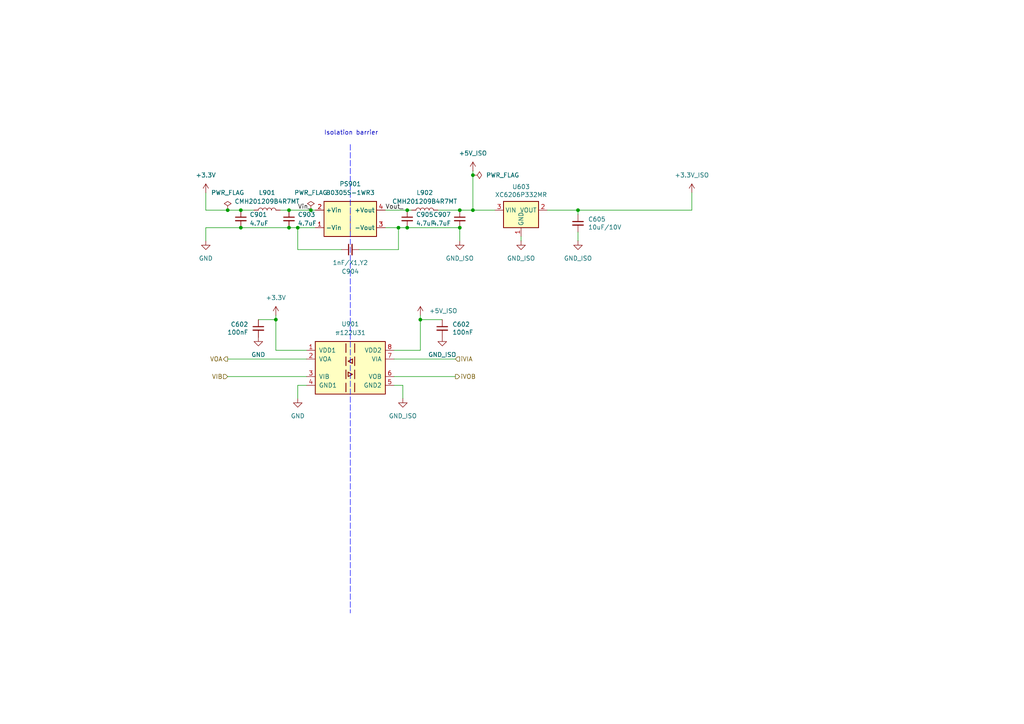
<source format=kicad_sch>
(kicad_sch (version 20231120) (generator "eeschema") (generator_version "8.0")
  (paper "A4")
  (title_block (title "Hat Labs Serial Interface Device (HALSER)") (date "2024-11-20") (rev "1.0.0-a1") (company "Hat Labs oy") (comment 1 "https://creativecommons.org/licenses/by-sa/4.0") (comment 2 "To view a copy of this license, visit ") (comment 3 "HALMET is licensed under CC BY-SA 4.0."))
  (lib_symbols
    (symbol "Device:C_Small" (pin_numbers hide) (pin_names (offset 0.254) hide)
      (property "Reference" "C" (at 0.254 1.778 0))
      (property "Value" "C_Small" (at 0.254 -2.032 0))
      (symbol "C_Small_0_1"
        (polyline (pts (xy -1.524 -0.508) (xy 1.524 -0.508)) (stroke (width 0.3302)))
        (polyline (pts (xy -1.524 0.508) (xy 1.524 0.508)) (stroke (width 0.3048)))
      )
      (symbol "C_Small_1_1"
        (pin passive line (at 0 2.54 270) (length 2.032) (name "~") (number "1"))
        (pin passive line (at 0 -2.54 90) (length 2.032) (name "~") (number "2"))
      )
    )
    (symbol "Device:L" (pin_numbers hide) (pin_names (offset 1.016) hide)
      (property "Reference" "L" (at -1.27 0 90))
      (property "Value" "L" (at 1.905 0 90))
      (symbol "L_0_1"
        (arc (start 0 -2.54) (mid 0.6323 -1.905) (end 0 -1.27))
        (arc (start 0 -1.27) (mid 0.6323 -0.635) (end 0 0))
        (arc (start 0 0) (mid 0.6323 0.635) (end 0 1.27))
        (arc (start 0 1.27) (mid 0.6323 1.905) (end 0 2.54))
      )
      (symbol "L_1_1"
        (pin passive line (at 0 3.81 270) (length 1.27) (name "1") (number "1"))
        (pin passive line (at 0 -3.81 90) (length 1.27) (name "2") (number "2"))
      )
    )
    (symbol "HALSER:+3.3V_1" (power) (pin_names (offset 0))
      (property "Value" "+3.3V_1" (at 0 3.556 0))
      (symbol "+3.3V_1_0_1"
        (polyline (pts (xy -0.762 1.27) (xy 0 2.54)))
        (polyline (pts (xy 0 0) (xy 0 2.54)))
        (polyline (pts (xy 0 2.54) (xy 0.762 1.27)))
      )
      (symbol "+3.3V_1_1_1"
        (pin power_in line (at 0 0 90) (length 0) hide (name "+3.3V_1") (number "1"))
      )
    )
    (symbol "HALSER:HT75xx-1-SOT23"
      (property "Reference" "U" (at -5.08 -3.81 0))
      (property "Value" "HT75xx-1-SOT23" (at 0 6.35 0))
      (symbol "HT75xx-1-SOT23_0_1"
        (rectangle (start -5.08 5.08) (end 5.08 -2.54) (stroke (width 0.254)) (fill (type background)))
      )
      (symbol "HT75xx-1-SOT23_1_1"
        (pin power_in line (at 0 -5.08 90) (length 2.54) (name "GND") (number "1"))
        (pin power_out line (at 7.62 2.54 180) (length 2.54) (name "VOUT") (number "2"))
        (pin power_in line (at -7.62 2.54 0) (length 2.54) (name "VIN") (number "3"))
      )
    )
    (symbol "HALSER:IB0303S-W75R3"
      (property "Reference" "PS" (at -7.62 6.35 0))
      (property "Value" "IB0303S-W75R3" (at 1.27 6.35 0))
      (symbol "IB0303S-W75R3_0_0"
        (pin power_in line (at -10.16 -2.54 0) (length 2.54) (name "-Vin") (number "1"))
        (pin power_in line (at -10.16 2.54 0) (length 2.54) (name "+Vin") (number "2"))
        (pin power_out line (at 10.16 -2.54 180) (length 2.54) (name "-Vout") (number "3"))
        (pin power_out line (at 10.16 2.54 180) (length 2.54) (name "+Vout") (number "4"))
      )
      (symbol "IB0303S-W75R3_0_1"
        (rectangle (start -7.62 5.08) (end 7.62 -5.08) (stroke (width 0.254)) (fill (type background)))
        (polyline (pts (xy 0 -2.54) (xy 0 -3.81)))
        (polyline (pts (xy 0 0) (xy 0 -1.27)))
        (polyline (pts (xy 0 2.54) (xy 0 1.27)))
        (polyline (pts (xy 0 5.08) (xy 0 3.81)))
      )
    )
    (symbol "Isolator:π122U31" (pin_names (offset 1.016))
      (property "Reference" "U" (at -10.16 8.89 0))
      (property "Value" "π122U31" (at -2.032 8.89 0))
      (symbol "π122U31_0_1"
        (rectangle (start -10.16 7.62) (end 10.16 -7.62) (stroke (width 0.254)) (fill (type background)))
        (polyline (pts (xy -1.27 -4.445) (xy -1.27 -6.985)) (stroke (width 0.254)))
        (polyline (pts (xy -1.27 -0.635) (xy -1.27 -3.175)) (stroke (width 0.254)))
        (polyline (pts (xy -1.27 3.175) (xy -1.27 0.635)) (stroke (width 0.254)))
        (polyline (pts (xy -1.27 6.985) (xy -1.27 4.445)) (stroke (width 0.254)))
        (polyline (pts (xy 1.27 -4.445) (xy 1.27 -6.985)) (stroke (width 0.254)))
        (polyline (pts (xy 1.27 -0.635) (xy 1.27 -3.175)) (stroke (width 0.254)))
        (polyline (pts (xy 1.27 3.175) (xy 1.27 0.635)) (stroke (width 0.254)))
        (polyline (pts (xy 1.27 6.985) (xy 1.27 4.445)) (stroke (width 0.254)))
        (polyline (pts (xy -0.635 -1.27) (xy -0.635 -2.54) (xy 0.635 -1.905) (xy -0.635 -1.27)) (stroke (width 0.254)))
        (polyline (pts (xy 0.635 2.54) (xy 0.635 1.27) (xy -0.635 1.905) (xy 0.635 2.54)) (stroke (width 0.254)))
      )
      (symbol "π122U31_1_1"
        (pin power_in line (at -12.7 5.08 0) (length 2.54) (name "VDD1") (number "1"))
        (pin output line (at -12.7 2.54 0) (length 2.54) (name "VOA") (number "2"))
        (pin input line (at -12.7 -2.54 0) (length 2.54) (name "VIB") (number "3"))
        (pin power_in line (at -12.7 -5.08 0) (length 2.54) (name "GND1") (number "4"))
        (pin power_in line (at 12.7 -5.08 180) (length 2.54) (name "GND2") (number "5"))
        (pin output line (at 12.7 -2.54 180) (length 2.54) (name "VOB") (number "6"))
        (pin input line (at 12.7 2.54 180) (length 2.54) (name "VIA") (number "7"))
        (pin power_in line (at 12.7 5.08 180) (length 2.54) (name "VDD2") (number "8"))
      )
    )
    (symbol "power:+3.3V" (power) (pin_numbers hide) (pin_names (offset 0) hide)
      (property "Value" "+3.3V" (at 0 3.556 0))
      (symbol "+3.3V_0_1"
        (polyline (pts (xy -0.762 1.27) (xy 0 2.54)))
        (polyline (pts (xy 0 0) (xy 0 2.54)))
        (polyline (pts (xy 0 2.54) (xy 0.762 1.27)))
      )
      (symbol "+3.3V_1_1"
        (pin power_in line (at 0 0 90) (length 0) (name "~") (number "1"))
      )
    )
    (symbol "power:+5V" (power) (pin_numbers hide) (pin_names (offset 0) hide)
      (property "Value" "+5V" (at 0 3.556 0))
      (symbol "+5V_0_1"
        (polyline (pts (xy -0.762 1.27) (xy 0 2.54)))
        (polyline (pts (xy 0 0) (xy 0 2.54)))
        (polyline (pts (xy 0 2.54) (xy 0.762 1.27)))
      )
      (symbol "+5V_1_1"
        (pin power_in line (at 0 0 90) (length 0) (name "~") (number "1"))
      )
    )
    (symbol "power:GND" (power) (pin_numbers hide) (pin_names (offset 0) hide)
      (property "Value" "GND" (at 0 -3.81 0))
      (symbol "GND_0_1"
        (polyline (pts (xy 0 0) (xy 0 -1.27) (xy 1.27 -1.27) (xy 0 -2.54) (xy -1.27 -1.27) (xy 0 -1.27)))
      )
      (symbol "GND_1_1"
        (pin power_in line (at 0 0 270) (length 0) (name "~") (number "1"))
      )
    )
    (symbol "power:GND1" (power) (pin_numbers hide) (pin_names (offset 0) hide)
      (property "Value" "GND1" (at 0 -3.81 0))
      (symbol "GND1_0_1"
        (polyline (pts (xy 0 0) (xy 0 -1.27) (xy 1.27 -1.27) (xy 0 -2.54) (xy -1.27 -1.27) (xy 0 -1.27)))
      )
      (symbol "GND1_1_1"
        (pin power_in line (at 0 0 270) (length 0) (name "~") (number "1"))
      )
    )
    (symbol "power:PWR_FLAG" (power) (pin_numbers hide) (pin_names (offset 0) hide)
      (property "Value" "PWR_FLAG" (at 0 3.81 0))
      (symbol "PWR_FLAG_0_0"
        (pin power_out line (at 0 0 90) (length 0) (name "~") (number "1"))
      )
      (symbol "PWR_FLAG_0_1"
        (polyline (pts (xy 0 0) (xy 0 1.27) (xy -1.016 1.905) (xy 0 2.54) (xy 1.016 1.905) (xy 0 1.27)))
      )
    )
  )
  (junction (at 133.35 66.04))
  (junction (at 137.16 50.8))
  (junction (at 69.85 66.04))
  (junction (at 118.11 60.96))
  (junction (at 83.82 66.04))
  (junction (at 90.17 60.96))
  (junction (at 137.16 60.96))
  (junction (at 69.85 60.96))
  (junction (at 115.57 66.04))
  (junction (at 83.82 60.96))
  (junction (at 118.11 66.04))
  (junction (at 66.04 60.96))
  (junction (at 121.92 92.71))
  (junction (at 133.35 60.96))
  (junction (at 167.64 60.96))
  (junction (at 80.01 92.71))
  (junction (at 86.36 66.04))
  (polyline (pts (xy 101.6 41.91) (xy 101.6 177.8)) (stroke (width 0) (type dash) (color 0 0 255 1)))
  (wire (pts (xy 111.76 60.96) (xy 118.11 60.96)))
  (wire (pts (xy 83.82 60.96) (xy 90.17 60.96)))
  (wire (pts (xy 137.16 60.96) (xy 143.51 60.96)))
  (wire (pts (xy 66.04 60.96) (xy 69.85 60.96)))
  (wire (pts (xy 114.3 104.14) (xy 132.08 104.14)))
  (wire (pts (xy 167.64 60.96) (xy 158.75 60.96)))
  (wire (pts (xy 167.64 60.96) (xy 200.66 60.96)))
  (wire (pts (xy 86.36 72.39) (xy 86.36 66.04)))
  (wire (pts (xy 99.06 72.39) (xy 86.36 72.39)))
  (wire (pts (xy 116.84 111.76) (xy 114.3 111.76)))
  (wire (pts (xy 66.04 104.14) (xy 88.9 104.14)))
  (wire (pts (xy 121.92 92.71) (xy 121.92 91.44)))
  (wire (pts (xy 88.9 111.76) (xy 86.36 111.76)))
  (wire (pts (xy 111.76 66.04) (xy 115.57 66.04)))
  (wire (pts (xy 128.27 92.71) (xy 121.92 92.71)))
  (wire (pts (xy 167.64 60.96) (xy 167.64 62.23)))
  (wire (pts (xy 74.93 92.71) (xy 80.01 92.71)))
  (wire (pts (xy 80.01 101.6) (xy 88.9 101.6)))
  (wire (pts (xy 69.85 60.96) (xy 73.66 60.96)))
  (wire (pts (xy 133.35 60.96) (xy 137.16 60.96)))
  (wire (pts (xy 59.69 55.88) (xy 59.69 60.96)))
  (wire (pts (xy 86.36 66.04) (xy 91.44 66.04)))
  (wire (pts (xy 69.85 66.04) (xy 83.82 66.04)))
  (wire (pts (xy 151.13 68.58) (xy 151.13 69.85)))
  (wire (pts (xy 80.01 92.71) (xy 80.01 91.44)))
  (wire (pts (xy 83.82 66.04) (xy 86.36 66.04)))
  (wire (pts (xy 81.28 60.96) (xy 83.82 60.96)))
  (wire (pts (xy 115.57 66.04) (xy 118.11 66.04)))
  (wire (pts (xy 104.14 72.39) (xy 115.57 72.39)))
  (wire (pts (xy 90.17 60.96) (xy 91.44 60.96)))
  (wire (pts (xy 137.16 49.53) (xy 137.16 50.8)))
  (wire (pts (xy 80.01 101.6) (xy 80.01 92.71)))
  (wire (pts (xy 66.04 109.22) (xy 88.9 109.22)))
  (wire (pts (xy 59.69 60.96) (xy 66.04 60.96)))
  (wire (pts (xy 114.3 101.6) (xy 121.92 101.6)))
  (wire (pts (xy 200.66 55.88) (xy 200.66 60.96)))
  (wire (pts (xy 115.57 72.39) (xy 115.57 66.04)))
  (wire (pts (xy 133.35 69.85) (xy 133.35 66.04)))
  (wire (pts (xy 59.69 66.04) (xy 69.85 66.04)))
  (wire (pts (xy 59.69 69.85) (xy 59.69 66.04)))
  (wire (pts (xy 121.92 101.6) (xy 121.92 92.71)))
  (wire (pts (xy 114.3 109.22) (xy 132.08 109.22)))
  (wire (pts (xy 118.11 60.96) (xy 119.38 60.96)))
  (wire (pts (xy 167.64 69.85) (xy 167.64 67.31)))
  (wire (pts (xy 127 60.96) (xy 133.35 60.96)))
  (wire (pts (xy 137.16 50.8) (xy 137.16 60.96)))
  (wire (pts (xy 116.84 115.57) (xy 116.84 111.76)))
  (wire (pts (xy 86.36 111.76) (xy 86.36 115.57)))
  (wire (pts (xy 118.11 66.04) (xy 133.35 66.04)))
  (text "Isolation barrier" (at 93.98 39.37 0) (effects (font (size 1.27 1.27)) (justify left bottom)))
  (label "Vin_" (at 86.36 60.96 0))
  (label "Vout_" (at 111.76 60.96 0))
  (hierarchical_label "VIB" (shape input) (at 66.04 109.22 180))
  (hierarchical_label "VOA" (shape output) (at 66.04 104.14 180))
  (hierarchical_label "iVIA" (shape input) (at 132.08 104.14 0))
  (hierarchical_label "iVOB" (shape output) (at 132.08 109.22 0))
  (symbol (lib_id "Device:L") (at 123.19 60.96 90) (unit 1)
    (property "Reference" "L902" (at 123.19 55.88 90))
    (property "Value" "CMH201209B4R7MT" (at 123.19 58.42 90))
    (property "Footprint" "Inductor_SMD:L_0805_2012Metric" (effects (hide yes)))
    (property "LCSC" "C394959" (effects (hide yes)))
  )
  (symbol (lib_id "Device:C_Small") (at 128.27 95.25 0) (unit 1)
    (property "Reference" "C602" (at 131.191 94.0816 0) (effects (justify left)))
    (property "Value" "100nF" (at 131.191 96.393 0) (effects (justify left)))
    (property "Footprint" "Capacitor_SMD:C_0402_1005Metric" (effects (hide yes)))
    (property "LCSC" "C1525" (effects (hide yes)))
    (instances (project "HALMET" (path "" (reference "C602") (unit 1)) (path "" (reference "C906") (unit 1))))
  )
  (symbol (lib_id "power:GND") (at 59.69 69.85 0) (unit 1)
    (property "Reference" "#PWR0902" (effects (hide yes)))
    (property "Value" "GND" (at 59.69 74.93 0))
    (property "Description" "Power symbol creates a global label with name \"GND\" , ground" (effects (hide yes)))
  )
  (symbol (lib_id "Device:C_Small") (at 74.93 95.25 0) (mirror y) (unit 1)
    (property "Reference" "C602" (at 72.009 94.0816 0) (effects (justify left)))
    (property "Value" "100nF" (at 72.009 96.393 0) (effects (justify left)))
    (property "Footprint" "Capacitor_SMD:C_0402_1005Metric" (effects (hide yes)))
    (property "LCSC" "C1525" (effects (hide yes)))
    (instances (project "HALMET" (path "" (reference "C602") (unit 1)) (path "" (reference "C902") (unit 1))))
  )
  (symbol (lib_id "power:GND") (at 74.93 97.79 0) (unit 1)
    (property "Reference" "#PWR0903" (effects (hide yes)))
    (property "Value" "GND" (at 74.93 102.87 0))
    (property "Description" "Power symbol creates a global label with name \"GND\" , ground" (effects (hide yes)))
  )
  (symbol (lib_id "Device:C_Small") (at 69.85 63.5 0) (unit 1)
    (property "Reference" "C901" (at 72.39 62.2363 0) (effects (justify left)))
    (property "Value" "4.7uF" (at 72.39 64.7763 0) (effects (justify left)))
    (property "Footprint" "Capacitor_SMD:C_0603_1608Metric" (effects (hide yes)))
    (property "LCSC" "C19666" (effects (hide yes)))
  )
  (symbol (lib_id "power:PWR_FLAG") (at 137.16 50.8 270) (unit 1)
    (property "Reference" "#FLG0903" (effects (hide yes)))
    (property "Value" "PWR_FLAG" (at 140.97 50.7999 90) (effects (justify left)))
    (property "Description" "Special symbol for telling ERC where power comes from" (effects (hide yes)))
  )
  (symbol (lib_id "Device:C_Small") (at 83.82 63.5 0) (unit 1)
    (property "Reference" "C903" (at 86.36 62.2363 0) (effects (justify left)))
    (property "Value" "4.7uF" (at 86.36 64.7763 0) (effects (justify left)))
    (property "Footprint" "Capacitor_SMD:C_0603_1608Metric" (effects (hide yes)))
    (property "LCSC" "C19666" (effects (hide yes)))
  )
  (symbol (lib_id "power:PWR_FLAG") (at 90.17 60.96 0) (unit 1)
    (property "Reference" "#FLG0902" (effects (hide yes)))
    (property "Value" "PWR_FLAG" (at 90.17 55.88 0))
    (property "Description" "Special symbol for telling ERC where power comes from" (effects (hide yes)))
  )
  (symbol (lib_id "power:+5V") (at 137.16 49.53 0) (unit 1)
    (property "Reference" "#PWR0911" (effects (hide yes)))
    (property "Value" "+5V_ISO" (at 137.16 44.45 0))
    (property "Description" "Power symbol creates a global label with name \"+5V\"" (effects (hide yes)))
  )
  (symbol (lib_id "HALSER:HT75xx-1-SOT23") (at 151.13 63.5 0) (unit 1)
    (property "Reference" "U603" (at 151.13 54.1782 0))
    (property "Value" "XC6206P332MR" (at 151.13 56.4896 0))
    (property "Footprint" "PCM_Package_TO_SOT_SMD_AKL:SOT-23" (effects (hide yes)))
    (property "LCSC" "C5446" (effects (hide yes)))
    (property "JLCPCB_CORRECTION" "0;0;180" (effects (hide yes)))
    (instances (project "HALMET" (path "" (reference "U603") (unit 1)) (path "" (reference "U902") (unit 1))))
  )
  (symbol (lib_id "power:+3.3V") (at 80.01 91.44 0) (unit 1)
    (property "Reference" "#PWR0904" (effects (hide yes)))
    (property "Value" "+3.3V" (at 80.01 86.36 0))
    (property "Description" "Power symbol creates a global label with name \"+3.3V\"" (effects (hide yes)))
  )
  (symbol (lib_id "power:GND1") (at 151.13 69.85 0) (unit 1)
    (property "Reference" "#PWR0910" (effects (hide yes)))
    (property "Value" "GND_ISO" (at 151.13 74.93 0))
    (property "Description" "Power symbol creates a global label with name \"GND1\" , ground" (effects (hide yes)))
  )
  (symbol (lib_id "power:GND1") (at 128.27 97.79 0) (unit 1)
    (property "Reference" "#PWR0908" (effects (hide yes)))
    (property "Value" "GND_ISO" (at 128.27 102.87 0))
    (property "Description" "Power symbol creates a global label with name \"GND1\" , ground" (effects (hide yes)))
  )
  (symbol (lib_id "HALSER:IB0303S-W75R3") (at 101.6 63.5 0) (unit 1)
    (property "Reference" "PS901" (at 101.6 53.34 0))
    (property "Value" "B0305S-1WR3" (at 101.6 55.88 0))
    (property "Footprint" "Converter_DCDC:Converter_DCDC_Murata_MEE1SxxxxSC_THT" (effects (hide yes)))
    (property "Description" "3W, 1000 VDC isolated DC/DC converter, 5V input, 5V output, SIP" (effects (hide yes)))
    (property "LCSC" "C7465186" (effects (hide yes)))
    (property "JLCPCB_CORRECTION" "0;3.81;270" (effects (hide yes)))
  )
  (symbol (lib_id "Device:C_Small") (at 167.64 64.77 0) (unit 1)
    (property "Reference" "C605" (at 170.561 63.6016 0) (effects (justify left)))
    (property "Value" "10uF/10V" (at 170.561 65.913 0) (effects (justify left)))
    (property "Footprint" "Capacitor_SMD:C_0603_1608Metric" (effects (hide yes)))
    (property "LCSC" "C19702" (effects (hide yes)))
    (instances (project "HALMET" (path "" (reference "C605") (unit 1)) (path "" (reference "C908") (unit 1))))
  )
  (symbol (lib_id "Device:C_Small") (at 133.35 63.5 0) (mirror y) (unit 1)
    (property "Reference" "C907" (at 130.81 62.2363 0) (effects (justify left)))
    (property "Value" "4.7uF" (at 130.81 64.7763 0) (effects (justify left)))
    (property "Footprint" "Capacitor_SMD:C_0603_1608Metric" (effects (hide yes)))
    (property "LCSC" "C19666" (effects (hide yes)))
  )
  (symbol (lib_id "power:GND") (at 86.36 115.57 0) (unit 1)
    (property "Reference" "#PWR0905" (effects (hide yes)))
    (property "Value" "GND" (at 86.36 120.65 0))
    (property "Description" "Power symbol creates a global label with name \"GND\" , ground" (effects (hide yes)))
  )
  (symbol (lib_id "power:GND1") (at 167.64 69.85 0) (unit 1)
    (property "Reference" "#PWR0913" (effects (hide yes)))
    (property "Value" "GND_ISO" (at 167.64 74.93 0))
    (property "Description" "Power symbol creates a global label with name \"GND1\" , ground" (effects (hide yes)))
  )
  (symbol (lib_id "Device:L") (at 77.47 60.96 90) (unit 1)
    (property "Reference" "L901" (at 77.47 55.88 90))
    (property "Value" "CMH201209B4R7MT" (at 77.47 58.42 90))
    (property "Footprint" "Inductor_SMD:L_0805_2012Metric" (effects (hide yes)))
    (property "LCSC" "C394959" (effects (hide yes)))
  )
  (symbol (lib_id "power:PWR_FLAG") (at 66.04 60.96 0) (unit 1)
    (property "Reference" "#FLG0901" (effects (hide yes)))
    (property "Value" "PWR_FLAG" (at 66.04 55.88 0))
    (property "Description" "Special symbol for telling ERC where power comes from" (effects (hide yes)))
  )
  (symbol (lib_id "Device:C_Small") (at 118.11 63.5 0) (unit 1)
    (property "Reference" "C905" (at 120.65 62.2363 0) (effects (justify left)))
    (property "Value" "4.7uF" (at 120.65 64.7763 0) (effects (justify left)))
    (property "Footprint" "Capacitor_SMD:C_0603_1608Metric" (effects (hide yes)))
    (property "LCSC" "C19666" (effects (hide yes)))
  )
  (symbol (lib_id "Device:C_Small") (at 101.6 72.39 90) (mirror x) (unit 1)
    (property "Reference" "C904" (at 101.6063 78.74 90))
    (property "Value" "1nF/X1,Y2" (at 101.6063 76.2 90))
    (property "Footprint" "HALSER:C_1808_4520Metric" (effects (hide yes)))
    (property "LCSC" "C784081" (effects (hide yes)))
  )
  (symbol (lib_id "power:+3.3V") (at 59.69 55.88 0) (unit 1)
    (property "Reference" "#PWR0901" (effects (hide yes)))
    (property "Value" "+3.3V" (at 59.69 50.8 0))
    (property "Description" "Power symbol creates a global label with name \"+3.3V\"" (effects (hide yes)))
  )
  (symbol (lib_id "power:GND1") (at 133.35 69.85 0) (unit 1)
    (property "Reference" "#PWR0909" (effects (hide yes)))
    (property "Value" "GND_ISO" (at 133.35 74.93 0))
    (property "Description" "Power symbol creates a global label with name \"GND1\" , ground" (effects (hide yes)))
  )
  (symbol (lib_id "HALSER:+3.3V_1") (at 200.66 55.88 0) (unit 1)
    (property "Reference" "#PWR0915" (effects (hide yes)))
    (property "Value" "+3.3V_ISO" (at 200.66 50.8 0))
    (property "Description" "Power symbol creates a global label with name \"+3.3V\"" (effects (hide yes)))
  )
  (symbol (lib_id "power:GND1") (at 116.84 115.57 0) (unit 1)
    (property "Reference" "#PWR0906" (effects (hide yes)))
    (property "Value" "GND_ISO" (at 116.84 120.65 0))
    (property "Description" "Power symbol creates a global label with name \"GND1\" , ground" (effects (hide yes)))
  )
  (symbol (lib_id "HALSER:+3.3V_1") (at 121.92 91.44 0) (unit 1)
    (property "Reference" "#PWR0907" (effects (hide yes)))
    (property "Value" "+5V_ISO" (at 124.46 90.1699 0) (effects (justify left)))
    (property "Description" "Power symbol creates a global label with name \"+3.3V\"" (effects (hide yes)))
  )
  (symbol (lib_id "Isolator:π122U31") (at 101.6 106.68 0) (unit 1)
    (property "Reference" "U901" (at 101.6 93.98 0))
    (property "Value" "π122U31" (at 101.6 96.52 0))
    (property "Footprint" "Package_SO:SOIC-8_3.9x4.9mm_P1.27mm" (effects (hide yes)))
    (property "Datasheet" "https://wmsc.lcsc.com/wmsc/upload/file/pdf/v2/lcsc/2001070531_2Pai-Semi--122U31_C471590.pdf" (effects (hide yes)))
    (property "Description" "Dual-channel digital isolator, bidirectional communication, 3V/5V level translation, SOIC-8" (effects (hide yes)))
    (property "LCSC" "C471590" (effects (hide yes)))
    (property "JLCPCB_CORRECTION" "0;0;270" (effects (hide yes)))
  )
)
</source>
